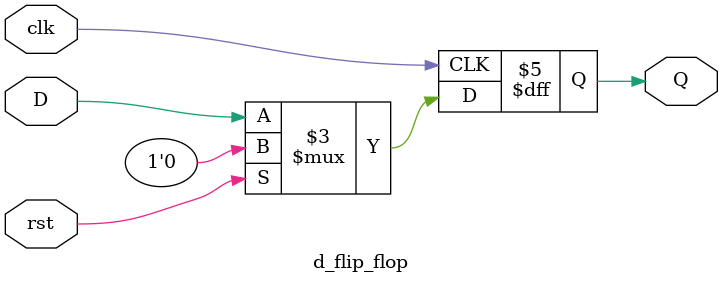
<source format=v>
module d_flip_flop(
  input clk,
  input rst,
  input D,
  output reg Q
);
  always @(posedge clk)
  begin
    if (rst)
    begin
      Q <= 0;
    end
    else
    begin
      Q <= D;
    end
  end
endmodule


</source>
